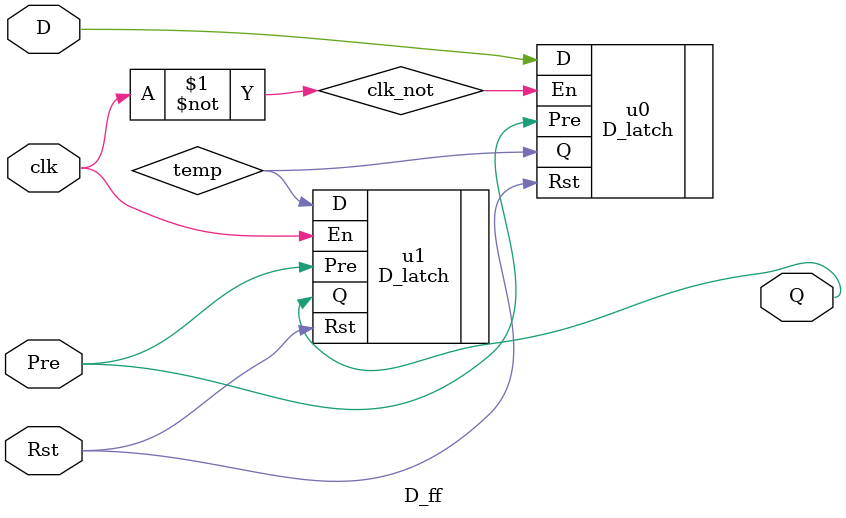
<source format=v>
module D_ff(D,clk,Pre,Rst,Q);

input D,clk,Pre,Rst;
output Q;

wire clk_not,temp;

not (clk_not,clk);

D_latch u0(.D(D),.En(clk_not),.Pre(Pre),.Rst(Rst),.Q(temp));
D_latch u1(.D(temp),.En(clk),.Pre(Pre),.Rst(Rst),.Q(Q));

endmodule
</source>
